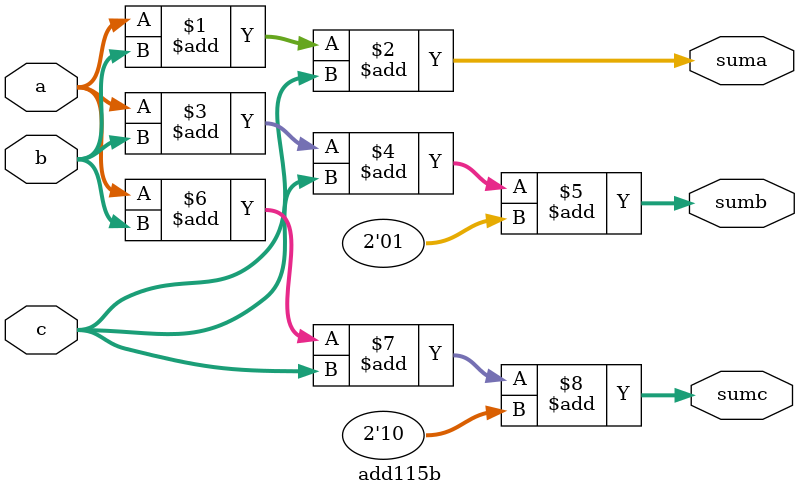
<source format=v>
`timescale 1ns / 1ps

module mpadder6 (
  input wire clk,
  input wire subtract,
  input wire [1026:0] in_a,
  input wire [1026:0] in_b,
  input wire [1026:0] in_c,
  output wire [1027:0] result
);

    wire [1026:0] MuxB = (subtract) ? ~in_b : in_b;
    wire [1027:0] Sum;
    
    
    wire [1027:0] sumA;
    wire [1027:114] sumB;
    wire [1027:114] sumC;
    
    wire [15:0] carryA;
    wire [15:2] carryB;
    wire [15:2] carryC;
        
    assign {carryA[1:0],sumA[113:0]} = in_a[113:0] + MuxB[113:0] + in_c[113:0] + subtract;  
    
    add114b A2(in_a[227:114], MuxB[227:114], in_c[227:114], sumA[227:114], carryA[3:2], sumB[227:114], carryB[3:2], sumC[227:114], carryC[3:2]);
    add114b A3(in_a[341:228], MuxB[341:228], in_c[341:228], sumA[341:228], carryA[5:4], sumB[341:228], carryB[5:4], sumC[341:228], carryC[5:4]);
    add114b A4(in_a[455:342], MuxB[455:342], in_c[455:342], sumA[455:342], carryA[7:6], sumB[455:342], carryB[7:6], sumC[455:342], carryC[7:6]);
    add114b A5(in_a[569:456], MuxB[569:456], in_c[569:456], sumA[569:456], carryA[9:8], sumB[569:456], carryB[9:8], sumC[569:456], carryC[9:8]);
    add114b A6(in_a[683:570], MuxB[683:570], in_c[683:570], sumA[683:570], carryA[11:10], sumB[683:570], carryB[11:10], sumC[683:570], carryC[11:10]);
    add114b A7(in_a[797:684], MuxB[797:684], in_c[797:684], sumA[797:684], carryA[13:12], sumB[797:684], carryB[13:12], sumC[797:684], carryC[13:12]);
    add114b A8(in_a[911:798], MuxB[911:798], in_c[911:798], sumA[911:798], carryA[15:14], sumB[911:798], carryB[15:14], sumC[911:798], carryC[15:14]);
    add115b A9(in_a[1026:912], MuxB[1026:912], in_c[1026:912], sumA[1027:912], sumB[1027:912], sumC[1027:912]);
    
      
  
  reg [1027:0] regA;
  reg [1027:114] regB;
  reg [1027:114] regC;
  reg [15:0] regcA;
  reg [15:2] regcB;
  reg [15:2] regcC;
  reg sub;
  always @(posedge clk) 
  begin
    regA <= sumA;
    regB <= sumB;
    regC <= sumC;
    regcA <= carryA;
    regcB <= carryB;
    regcC <= carryC;
    sub <= subtract;
  end  
  
  wire [29:0] carry;
  
    assign carry[1:0] = regcA[1:0];
    assign carry[3:2] = carry[1]? (regcC[3:2]): (carry[0]? regcB[3:2]: regcA[3:2]);
    assign carry[5:4] = carry[3]? (regcC[5:4]): (carry[2]? regcB[5:4]: regcA[5:4]);
    assign carry[7:6] = carry[5]? (regcC[7:6]): (carry[4]? regcB[7:6]: regcA[7:6]);
    assign carry[9:8] = carry[7]? (regcC[9:8]): (carry[6]? regcB[9:8]: regcA[9:8]);
    assign carry[11:10] = carry[9]? (regcC[11:10]): (carry[8]? regcB[11:10]: regcA[11:10]);
    assign carry[13:12] = carry[11]? (regcC[13:12]): (carry[10]? regcB[13:12]: regcA[13:12]);
    assign carry[15:14] = carry[13]? (regcC[15:14]): (carry[12]? regcB[15:14]: regcA[15:14]);
  
    assign Sum[113:0] = regA[113:0];
    assign Sum[227:114] = carry[1]? (regC[227:114]) : (carry[0]? regB[227:114]: regA[227:114]);
    assign Sum[341:228] = carry[3]? (regC[341:228]) : (carry[2]? regB[341:228]: regA[341:228]);
    assign Sum[455:342] = carry[5]? (regC[455:342]) : (carry[4]? regB[455:342]: regA[455:342]);
    assign Sum[569:456] = carry[7]? (regC[569:456]) : (carry[6]? regB[569:456]: regA[569:456]);
    assign Sum[683:570] = carry[9]? (regC[683:570]) : (carry[8]? regB[683:570]: regA[683:570]);
    assign Sum[797:684] = carry[11]? (regC[797:684]) : (carry[10]? regB[797:684]: regA[797:684]);
    assign Sum[911:798] = carry[13]? (regC[911:798]) : (carry[12]? regB[911:798]: regA[911:798]);
    assign Sum[1027:912] = carry[15]? (regC[1027:912]) : (carry[14]? regB[1027:912]: regA[1027:912]);

  wire carry_out = sub ^ Sum[1027];
  assign result = {carry_out, Sum[1026:0]};


endmodule

module add114b(
    input wire [113:0] a,
    input wire [113:0] b,
    input wire [113:0] c,
    output wire [113:0] suma,
    output wire [1:0] carrya,
    output wire [113:0] sumb,
    output wire [1:0] carryb,
    output wire [113:0] sumc,
    output wire [1:0] carryc
    );
    
    assign {carrya, suma} = a+b+c;
    assign {carryb, sumb} = a+b+c+2'b01;
    assign {carryc, sumc} = a+b+c+2'b10;
endmodule

module add115b(
    input wire [114:0] a,
    input wire [114:0] b,
    input wire [114:0] c,
    output wire [115:0] suma,
    output wire [115:0] sumb,
    output wire [115:0] sumc
    );
    
    assign suma= a+b+c;
    assign sumb = a+b+c+2'b01;
    assign sumc = a+b+c+2'b10;
endmodule

</source>
